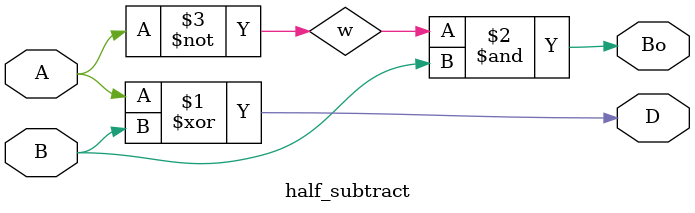
<source format=v>

module half_subtract(
	input A,                                        // Port List
	input B,                                        // Port Delclarations...
	output D,
	output Bo);

 xor(D,A,B);
 wire w;
 not(w,A);
 and(Bo,w,B);
endmodule 

</source>
